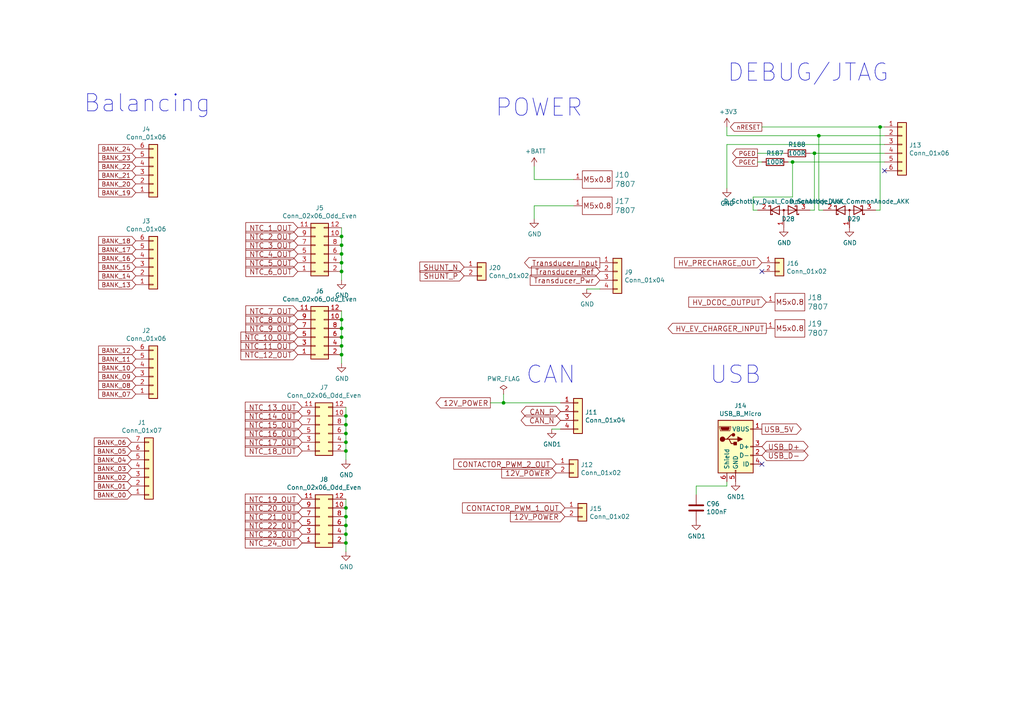
<source format=kicad_sch>
(kicad_sch (version 20211123) (generator eeschema)
  (paper "A4")
  (lib_symbols
    (symbol "Connector:USB_B_Micro" (pin_names (offset 1.016))
      (property "Reference" "J" (at -5.08 11.43 0))
      (property "Value" "USB_B_Micro" (at -5.08 8.89 0))
      (symbol "USB_B_Micro_0_1"
        (rectangle (start -5.08 -7.62) (end 5.08 7.62) (stroke (width 0.254)) (fill (type background)))
        (circle (center -3.81 2.159) (radius 0.635) (stroke (width 0.254)) (fill (type outline)))
        (circle (center -0.635 3.429) (radius 0.381) (stroke (width 0.254)) (fill (type outline)))
        (rectangle (start -0.127 -7.62) (end 0.127 -6.858))
        (polyline (pts (xy -1.905 2.159) (xy 0.635 2.159)) (stroke (width 0.254)))
        (polyline (pts (xy -3.175 2.159) (xy -2.54 2.159) (xy -1.27 3.429) (xy -0.635 3.429)) (stroke (width 0.254)))
        (polyline (pts (xy -2.54 2.159) (xy -1.905 2.159) (xy -1.27 0.889) (xy 0 0.889)) (stroke (width 0.254)))
        (polyline (pts (xy 0.635 2.794) (xy 0.635 1.524) (xy 1.905 2.159) (xy 0.635 2.794)) (stroke (width 0.254)) (fill (type outline)))
        (polyline (pts (xy -4.318 5.588) (xy -1.778 5.588) (xy -2.032 4.826) (xy -4.064 4.826) (xy -4.318 5.588)) (fill (type outline)))
        (polyline (pts (xy -4.699 5.842) (xy -4.699 5.588) (xy -4.445 4.826) (xy -4.445 4.572) (xy -1.651 4.572) (xy -1.651 4.826) (xy -1.397 5.588) (xy -1.397 5.842) (xy -4.699 5.842)))
        (rectangle (start 0.254 1.27) (end -0.508 0.508) (stroke (width 0.254)) (fill (type outline)))
        (rectangle (start 5.08 -5.207) (end 4.318 -4.953))
        (rectangle (start 5.08 -2.667) (end 4.318 -2.413))
        (rectangle (start 5.08 -0.127) (end 4.318 0.127))
        (rectangle (start 5.08 4.953) (end 4.318 5.207))
      )
      (symbol "USB_B_Micro_1_1"
        (pin power_out line (at 7.62 5.08 180) (length 2.54) (name "VBUS") (number "1"))
        (pin bidirectional line (at 7.62 -2.54 180) (length 2.54) (name "D-") (number "2"))
        (pin bidirectional line (at 7.62 0 180) (length 2.54) (name "D+") (number "3"))
        (pin passive line (at 7.62 -5.08 180) (length 2.54) (name "ID") (number "4"))
        (pin power_out line (at 0 -10.16 90) (length 2.54) (name "GND") (number "5"))
        (pin passive line (at -2.54 -10.16 90) (length 2.54) (name "Shield") (number "6"))
      )
    )
    (symbol "Connector_Generic:Conn_01x02" (pin_names (offset 1.016) hide)
      (property "Reference" "J" (at 0 2.54 0))
      (property "Value" "Conn_01x02" (at 0 -5.08 0))
      (symbol "Conn_01x02_1_1"
        (rectangle (start -1.27 -2.413) (end 0 -2.667) (stroke (width 0.1524)))
        (rectangle (start -1.27 0.127) (end 0 -0.127) (stroke (width 0.1524)))
        (rectangle (start -1.27 1.27) (end 1.27 -3.81) (stroke (width 0.254)) (fill (type background)))
        (pin passive line (at -5.08 0 0) (length 3.81) (name "Pin_1") (number "1"))
        (pin passive line (at -5.08 -2.54 0) (length 3.81) (name "Pin_2") (number "2"))
      )
    )
    (symbol "Connector_Generic:Conn_01x04" (pin_names (offset 1.016) hide)
      (property "Reference" "J" (at 0 5.08 0))
      (property "Value" "Conn_01x04" (at 0 -7.62 0))
      (symbol "Conn_01x04_1_1"
        (rectangle (start -1.27 -4.953) (end 0 -5.207) (stroke (width 0.1524)))
        (rectangle (start -1.27 -2.413) (end 0 -2.667) (stroke (width 0.1524)))
        (rectangle (start -1.27 0.127) (end 0 -0.127) (stroke (width 0.1524)))
        (rectangle (start -1.27 2.667) (end 0 2.413) (stroke (width 0.1524)))
        (rectangle (start -1.27 3.81) (end 1.27 -6.35) (stroke (width 0.254)) (fill (type background)))
        (pin passive line (at -5.08 2.54 0) (length 3.81) (name "Pin_1") (number "1"))
        (pin passive line (at -5.08 0 0) (length 3.81) (name "Pin_2") (number "2"))
        (pin passive line (at -5.08 -2.54 0) (length 3.81) (name "Pin_3") (number "3"))
        (pin passive line (at -5.08 -5.08 0) (length 3.81) (name "Pin_4") (number "4"))
      )
    )
    (symbol "Connector_Generic:Conn_01x06" (pin_names (offset 1.016) hide)
      (property "Reference" "J" (at 0 7.62 0))
      (property "Value" "Conn_01x06" (at 0 -10.16 0))
      (symbol "Conn_01x06_1_1"
        (rectangle (start -1.27 -7.493) (end 0 -7.747) (stroke (width 0.1524)))
        (rectangle (start -1.27 -4.953) (end 0 -5.207) (stroke (width 0.1524)))
        (rectangle (start -1.27 -2.413) (end 0 -2.667) (stroke (width 0.1524)))
        (rectangle (start -1.27 0.127) (end 0 -0.127) (stroke (width 0.1524)))
        (rectangle (start -1.27 2.667) (end 0 2.413) (stroke (width 0.1524)))
        (rectangle (start -1.27 5.207) (end 0 4.953) (stroke (width 0.1524)))
        (rectangle (start -1.27 6.35) (end 1.27 -8.89) (stroke (width 0.254)) (fill (type background)))
        (pin passive line (at -5.08 5.08 0) (length 3.81) (name "Pin_1") (number "1"))
        (pin passive line (at -5.08 2.54 0) (length 3.81) (name "Pin_2") (number "2"))
        (pin passive line (at -5.08 0 0) (length 3.81) (name "Pin_3") (number "3"))
        (pin passive line (at -5.08 -2.54 0) (length 3.81) (name "Pin_4") (number "4"))
        (pin passive line (at -5.08 -5.08 0) (length 3.81) (name "Pin_5") (number "5"))
        (pin passive line (at -5.08 -7.62 0) (length 3.81) (name "Pin_6") (number "6"))
      )
    )
    (symbol "Connector_Generic:Conn_01x07" (pin_names (offset 1.016) hide)
      (property "Reference" "J" (at 0 10.16 0))
      (property "Value" "Conn_01x07" (at 0 -10.16 0))
      (symbol "Conn_01x07_1_1"
        (rectangle (start -1.27 -7.493) (end 0 -7.747) (stroke (width 0.1524)))
        (rectangle (start -1.27 -4.953) (end 0 -5.207) (stroke (width 0.1524)))
        (rectangle (start -1.27 -2.413) (end 0 -2.667) (stroke (width 0.1524)))
        (rectangle (start -1.27 0.127) (end 0 -0.127) (stroke (width 0.1524)))
        (rectangle (start -1.27 2.667) (end 0 2.413) (stroke (width 0.1524)))
        (rectangle (start -1.27 5.207) (end 0 4.953) (stroke (width 0.1524)))
        (rectangle (start -1.27 7.747) (end 0 7.493) (stroke (width 0.1524)))
        (rectangle (start -1.27 8.89) (end 1.27 -8.89) (stroke (width 0.254)) (fill (type background)))
        (pin passive line (at -5.08 7.62 0) (length 3.81) (name "Pin_1") (number "1"))
        (pin passive line (at -5.08 5.08 0) (length 3.81) (name "Pin_2") (number "2"))
        (pin passive line (at -5.08 2.54 0) (length 3.81) (name "Pin_3") (number "3"))
        (pin passive line (at -5.08 0 0) (length 3.81) (name "Pin_4") (number "4"))
        (pin passive line (at -5.08 -2.54 0) (length 3.81) (name "Pin_5") (number "5"))
        (pin passive line (at -5.08 -5.08 0) (length 3.81) (name "Pin_6") (number "6"))
        (pin passive line (at -5.08 -7.62 0) (length 3.81) (name "Pin_7") (number "7"))
      )
    )
    (symbol "Connector_Generic:Conn_02x06_Odd_Even" (pin_names (offset 1.016) hide)
      (property "Reference" "J" (at 1.27 7.62 0))
      (property "Value" "Conn_02x06_Odd_Even" (at 1.27 -10.16 0))
      (symbol "Conn_02x06_Odd_Even_1_1"
        (rectangle (start -1.27 -7.493) (end 0 -7.747) (stroke (width 0.1524)))
        (rectangle (start -1.27 -4.953) (end 0 -5.207) (stroke (width 0.1524)))
        (rectangle (start -1.27 -2.413) (end 0 -2.667) (stroke (width 0.1524)))
        (rectangle (start -1.27 0.127) (end 0 -0.127) (stroke (width 0.1524)))
        (rectangle (start -1.27 2.667) (end 0 2.413) (stroke (width 0.1524)))
        (rectangle (start -1.27 5.207) (end 0 4.953) (stroke (width 0.1524)))
        (rectangle (start -1.27 6.35) (end 3.81 -8.89) (stroke (width 0.254)) (fill (type background)))
        (rectangle (start 3.81 -7.493) (end 2.54 -7.747) (stroke (width 0.1524)))
        (rectangle (start 3.81 -4.953) (end 2.54 -5.207) (stroke (width 0.1524)))
        (rectangle (start 3.81 -2.413) (end 2.54 -2.667) (stroke (width 0.1524)))
        (rectangle (start 3.81 0.127) (end 2.54 -0.127) (stroke (width 0.1524)))
        (rectangle (start 3.81 2.667) (end 2.54 2.413) (stroke (width 0.1524)))
        (rectangle (start 3.81 5.207) (end 2.54 4.953) (stroke (width 0.1524)))
        (pin passive line (at -5.08 5.08 0) (length 3.81) (name "Pin_1") (number "1"))
        (pin passive line (at 7.62 -5.08 180) (length 3.81) (name "Pin_10") (number "10"))
        (pin passive line (at -5.08 -7.62 0) (length 3.81) (name "Pin_11") (number "11"))
        (pin passive line (at 7.62 -7.62 180) (length 3.81) (name "Pin_12") (number "12"))
        (pin passive line (at 7.62 5.08 180) (length 3.81) (name "Pin_2") (number "2"))
        (pin passive line (at -5.08 2.54 0) (length 3.81) (name "Pin_3") (number "3"))
        (pin passive line (at 7.62 2.54 180) (length 3.81) (name "Pin_4") (number "4"))
        (pin passive line (at -5.08 0 0) (length 3.81) (name "Pin_5") (number "5"))
        (pin passive line (at 7.62 0 180) (length 3.81) (name "Pin_6") (number "6"))
        (pin passive line (at -5.08 -2.54 0) (length 3.81) (name "Pin_7") (number "7"))
        (pin passive line (at 7.62 -2.54 180) (length 3.81) (name "Pin_8") (number "8"))
        (pin passive line (at -5.08 -5.08 0) (length 3.81) (name "Pin_9") (number "9"))
      )
    )
    (symbol "Connectors:7807" (pin_names (offset 1.016))
      (property "Reference" "J" (at -4.064 6.35 0))
      (property "Value" "7807" (at -3.556 -1.27 0))
      (symbol "7807_0_0"
        (text "M5x0.8" (at -4.318 2.54 0) (effects (font (size 1.524 1.524))))
      )
      (symbol "7807_1_1"
        (rectangle (start -8.636 5.08) (end 0 0))
        (pin power_out line (at 2.54 2.54 180) (length 2.4892) (name "~") (number "1"))
      )
    )
    (symbol "Device:C" (pin_numbers hide) (pin_names (offset 0.254))
      (property "Reference" "C" (at 0.635 2.54 0))
      (property "Value" "C" (at 0.635 -2.54 0))
      (symbol "C_0_1"
        (polyline (pts (xy -2.032 -0.762) (xy 2.032 -0.762)) (stroke (width 0.508)))
        (polyline (pts (xy -2.032 0.762) (xy 2.032 0.762)) (stroke (width 0.508)))
      )
      (symbol "C_1_1"
        (pin passive line (at 0 3.81 270) (length 2.794) (name "~") (number "1"))
        (pin passive line (at 0 -3.81 90) (length 2.794) (name "~") (number "2"))
      )
    )
    (symbol "Device:D_Schottky_Dual_CommonAnode_AKK" (pin_names (offset 0.762) hide)
      (property "Reference" "D" (at 1.27 -2.54 0))
      (property "Value" "D_Schottky_Dual_CommonAnode_AKK" (at 0 2.54 0))
      (symbol "D_Schottky_Dual_CommonAnode_AKK_0_1"
        (polyline (pts (xy -3.556 0) (xy 3.81 0)))
        (polyline (pts (xy 0 0) (xy 0 -2.54)))
        (polyline (pts (xy -3.81 1.27) (xy -3.81 -1.27) (xy -3.81 -1.27)) (stroke (width 0.254)))
        (polyline (pts (xy 3.81 1.27) (xy 3.81 -1.27) (xy 3.81 -1.27)) (stroke (width 0.254)))
        (polyline (pts (xy -3.81 1.27) (xy -4.318 1.27) (xy -4.318 1.016) (xy -4.318 1.016)) (stroke (width 0.254)))
        (polyline (pts (xy 3.81 -1.27) (xy 4.318 -1.27) (xy 4.318 -1.016) (xy 4.318 -1.016)) (stroke (width 0.254)))
        (polyline (pts (xy 3.81 1.27) (xy 3.302 1.27) (xy 3.302 1.016) (xy 3.302 1.016)) (stroke (width 0.254)))
        (polyline (pts (xy -3.302 -1.016) (xy -3.302 -1.27) (xy -3.81 -1.27) (xy -3.81 -1.27) (xy -3.81 -1.27)) (stroke (width 0.254)))
        (polyline (pts (xy -1.27 -1.27) (xy -3.81 0) (xy -1.27 1.27) (xy -1.27 -1.27) (xy -1.27 -1.27) (xy -1.27 -1.27)) (stroke (width 0.254)))
        (polyline (pts (xy 1.27 1.27) (xy 3.81 0) (xy 1.27 -1.27) (xy 1.27 1.27) (xy 1.27 1.27) (xy 1.27 1.27)) (stroke (width 0.254)))
        (circle (center 0 0) (radius 0.254) (fill (type outline)))
        (pin passive line (at 0 -5.08 90) (length 2.54) (name "A") (number "1"))
        (pin passive line (at -7.62 0 0) (length 3.81) (name "K") (number "2"))
        (pin passive line (at 7.62 0 180) (length 3.81) (name "K") (number "3"))
      )
    )
    (symbol "Device:R" (pin_numbers hide) (pin_names (offset 0))
      (property "Reference" "R" (at 2.032 0 90))
      (property "Value" "R" (at 0 0 90))
      (symbol "R_0_1"
        (rectangle (start -1.016 -2.54) (end 1.016 2.54) (stroke (width 0.254)))
      )
      (symbol "R_1_1"
        (pin passive line (at 0 3.81 270) (length 1.27) (name "~") (number "1"))
        (pin passive line (at 0 -3.81 90) (length 1.27) (name "~") (number "2"))
      )
    )
    (symbol "power:+3V3" (power) (pin_names (offset 0))
      (property "Value" "+3V3" (at 0 3.556 0))
      (symbol "+3V3_0_1"
        (polyline (pts (xy -0.762 1.27) (xy 0 2.54)))
        (polyline (pts (xy 0 0) (xy 0 2.54)))
        (polyline (pts (xy 0 2.54) (xy 0.762 1.27)))
      )
      (symbol "+3V3_1_1"
        (pin power_in line (at 0 0 90) (length 0) hide (name "+3V3") (number "1"))
      )
    )
    (symbol "power:+BATT" (power) (pin_names (offset 0))
      (property "Value" "+BATT" (at 0 3.556 0))
      (symbol "+BATT_0_1"
        (polyline (pts (xy -0.762 1.27) (xy 0 2.54)))
        (polyline (pts (xy 0 0) (xy 0 2.54)))
        (polyline (pts (xy 0 2.54) (xy 0.762 1.27)))
      )
      (symbol "+BATT_1_1"
        (pin power_in line (at 0 0 90) (length 0) hide (name "+BATT") (number "1"))
      )
    )
    (symbol "power:GND" (power) (pin_names (offset 0))
      (property "Value" "GND" (at 0 -3.81 0))
      (symbol "GND_0_1"
        (polyline (pts (xy 0 0) (xy 0 -1.27) (xy 1.27 -1.27) (xy 0 -2.54) (xy -1.27 -1.27) (xy 0 -1.27)))
      )
      (symbol "GND_1_1"
        (pin power_in line (at 0 0 270) (length 0) hide (name "GND") (number "1"))
      )
    )
    (symbol "power:GND1" (power) (pin_names (offset 0))
      (property "Value" "GND1" (at 0 -3.81 0))
      (symbol "GND1_0_1"
        (polyline (pts (xy 0 0) (xy 0 -1.27) (xy 1.27 -1.27) (xy 0 -2.54) (xy -1.27 -1.27) (xy 0 -1.27)))
      )
      (symbol "GND1_1_1"
        (pin power_in line (at 0 0 270) (length 0) hide (name "GND1") (number "1"))
      )
    )
    (symbol "power:PWR_FLAG" (power) (pin_numbers hide) (pin_names (offset 0) hide)
      (property "Value" "PWR_FLAG" (at 0 3.81 0))
      (symbol "PWR_FLAG_0_0"
        (pin power_out line (at 0 0 90) (length 0) (name "pwr") (number "1"))
      )
      (symbol "PWR_FLAG_0_1"
        (polyline (pts (xy 0 0) (xy 0 1.27) (xy -1.016 1.905) (xy 0 2.54) (xy 1.016 1.905) (xy 0 1.27)))
      )
    )
  )
  (junction (at 99.06 102.87))
  (junction (at 100.33 147.32))
  (junction (at 99.06 92.71))
  (junction (at 99.06 97.79))
  (junction (at 100.33 120.65))
  (junction (at 100.33 125.73))
  (junction (at 100.33 154.94))
  (junction (at 100.33 157.48))
  (junction (at 99.06 68.58))
  (junction (at 255.27 36.83))
  (junction (at 99.06 76.2))
  (junction (at 99.06 73.66))
  (junction (at 236.22 44.45))
  (junction (at 100.33 128.27))
  (junction (at 100.33 149.86))
  (junction (at 229.87 46.99))
  (junction (at 100.33 123.19))
  (junction (at 99.06 78.74))
  (junction (at 237.49 39.37))
  (junction (at 99.06 71.12))
  (junction (at 99.06 95.25))
  (junction (at 100.33 130.81))
  (junction (at 146.05 116.84))
  (junction (at 99.06 100.33))
  (junction (at 100.33 152.4))
  (no_connect (at 256.54 49.53))
  (no_connect (at 220.98 78.74))
  (no_connect (at 220.98 134.62))
  (wire (pts (xy 228.6 46.99) (xy 229.87 46.99)))
  (wire (pts (xy 210.82 36.83) (xy 210.82 39.37)))
  (wire (pts (xy 220.98 36.83) (xy 255.27 36.83)))
  (wire (pts (xy 218.44 57.15) (xy 229.87 57.15)))
  (wire (pts (xy 99.06 76.2) (xy 99.06 78.74)))
  (wire (pts (xy 238.76 60.96) (xy 237.49 60.96)))
  (wire (pts (xy 210.82 39.37) (xy 237.49 39.37)))
  (wire (pts (xy 100.33 130.81) (xy 100.33 133.35)))
  (wire (pts (xy 100.33 147.32) (xy 100.33 149.86)))
  (wire (pts (xy 210.82 139.7) (xy 210.82 140.97)))
  (wire (pts (xy 254 60.96) (xy 255.27 60.96)))
  (wire (pts (xy 154.94 52.07) (xy 154.94 48.26)))
  (wire (pts (xy 227.33 44.45) (xy 219.71 44.45)))
  (wire (pts (xy 218.44 60.96) (xy 218.44 57.15)))
  (wire (pts (xy 160.02 124.46) (xy 162.56 124.46)))
  (wire (pts (xy 210.82 41.91) (xy 256.54 41.91)))
  (wire (pts (xy 100.33 154.94) (xy 100.33 157.48)))
  (wire (pts (xy 236.22 44.45) (xy 256.54 44.45)))
  (wire (pts (xy 99.06 97.79) (xy 99.06 100.33)))
  (wire (pts (xy 237.49 60.96) (xy 237.49 39.37)))
  (wire (pts (xy 236.22 44.45) (xy 236.22 60.96)))
  (wire (pts (xy 99.06 78.74) (xy 99.06 81.28)))
  (wire (pts (xy 99.06 102.87) (xy 99.06 105.41)))
  (wire (pts (xy 219.71 60.96) (xy 218.44 60.96)))
  (wire (pts (xy 99.06 73.66) (xy 99.06 76.2)))
  (wire (pts (xy 237.49 39.37) (xy 256.54 39.37)))
  (wire (pts (xy 99.06 100.33) (xy 99.06 102.87)))
  (wire (pts (xy 100.33 144.78) (xy 100.33 147.32)))
  (wire (pts (xy 100.33 118.11) (xy 100.33 120.65)))
  (wire (pts (xy 255.27 60.96) (xy 255.27 36.83)))
  (wire (pts (xy 210.82 54.61) (xy 210.82 41.91)))
  (wire (pts (xy 146.05 116.84) (xy 162.56 116.84)))
  (wire (pts (xy 236.22 60.96) (xy 234.95 60.96)))
  (wire (pts (xy 170.18 83.82) (xy 173.99 83.82)))
  (wire (pts (xy 99.06 92.71) (xy 99.06 95.25)))
  (wire (pts (xy 210.82 140.97) (xy 201.93 140.97)))
  (wire (pts (xy 154.94 52.07) (xy 166.37 52.07)))
  (wire (pts (xy 154.94 59.69) (xy 166.37 59.69)))
  (wire (pts (xy 229.87 46.99) (xy 256.54 46.99)))
  (wire (pts (xy 100.33 152.4) (xy 100.33 154.94)))
  (wire (pts (xy 100.33 157.48) (xy 100.33 160.02)))
  (wire (pts (xy 146.05 114.3) (xy 146.05 116.84)))
  (wire (pts (xy 99.06 68.58) (xy 99.06 71.12)))
  (wire (pts (xy 99.06 95.25) (xy 99.06 97.79)))
  (wire (pts (xy 142.24 116.84) (xy 146.05 116.84)))
  (wire (pts (xy 236.22 44.45) (xy 234.95 44.45)))
  (wire (pts (xy 99.06 66.04) (xy 99.06 68.58)))
  (wire (pts (xy 154.94 63.5) (xy 154.94 59.69)))
  (wire (pts (xy 100.33 128.27) (xy 100.33 130.81)))
  (wire (pts (xy 220.98 46.99) (xy 219.71 46.99)))
  (wire (pts (xy 99.06 71.12) (xy 99.06 73.66)))
  (wire (pts (xy 229.87 57.15) (xy 229.87 46.99)))
  (wire (pts (xy 100.33 120.65) (xy 100.33 123.19)))
  (wire (pts (xy 100.33 123.19) (xy 100.33 125.73)))
  (wire (pts (xy 201.93 140.97) (xy 201.93 143.51)))
  (wire (pts (xy 100.33 125.73) (xy 100.33 128.27)))
  (wire (pts (xy 255.27 36.83) (xy 256.54 36.83)))
  (wire (pts (xy 100.33 149.86) (xy 100.33 152.4)))
  (wire (pts (xy 99.06 90.17) (xy 99.06 92.71)))
  (text "Balancing" (at 24.13 33.02 0) (effects (font (size 5.0038 5.0038)) (justify left bottom)))
  (text "NTCs" (at -38.1 55.88 0) (effects (font (size 7.493 7.493)) (justify left bottom)))
  (text "POWER" (at 143.51 34.29 0) (effects (font (size 5.0038 5.0038)) (justify left bottom)))
  (text "CAN" (at 152.4 111.76 0) (effects (font (size 5.0038 5.0038)) (justify left bottom)))
  (text "USB" (at 205.74 111.76 0) (effects (font (size 5.0038 5.0038)) (justify left bottom)))
  (text "DEBUG/JTAG" (at 210.82 24.13 0) (effects (font (size 5.0038 5.0038)) (justify left bottom)))
  (global_label "NTC_22_OUT" (shape input) (at 87.63 152.4 180) (effects (font (size 1.4986 1.4986))) (property "Intersheet References" "${INTERSHEET_REFS}" (effects hide)))
  (global_label "BANK_20" (shape input) (at 39.37 53.34 180) (property "Intersheet References" "${INTERSHEET_REFS}" (effects hide)))
  (global_label "USB_5V" (shape output) (at 220.98 124.46 0) (effects (font (size 1.524 1.524))) (property "Intersheet References" "${INTERSHEET_REFS}" (effects hide)))
  (global_label "BANK_17" (shape input) (at 39.37 72.39 180) (property "Intersheet References" "${INTERSHEET_REFS}" (effects hide)))
  (global_label "BANK_02" (shape input) (at 38.1 138.43 180) (property "Intersheet References" "${INTERSHEET_REFS}" (effects hide)))
  (global_label "Transducer_Input" (shape output) (at 173.99 76.2 180) (effects (font (size 1.4986 1.4986))) (property "Intersheet References" "${INTERSHEET_REFS}" (effects hide)))
  (global_label "CONTACTOR_PWM_1_OUT" (shape input) (at 163.83 147.32 180) (effects (font (size 1.4986 1.4986))) (property "Intersheet References" "${INTERSHEET_REFS}" (effects hide)))
  (global_label "CAN_N" (shape bidirectional) (at 162.56 121.92 180) (effects (font (size 1.524 1.524))) (property "Intersheet References" "${INTERSHEET_REFS}" (effects hide)))
  (global_label "CONTACTOR_PWM_2_OUT" (shape input) (at 161.29 134.62 180) (effects (font (size 1.4986 1.4986))) (property "Intersheet References" "${INTERSHEET_REFS}" (effects hide)))
  (global_label "BANK_07" (shape input) (at 39.37 114.3 180) (property "Intersheet References" "${INTERSHEET_REFS}" (effects hide)))
  (global_label "BANK_21" (shape input) (at 39.37 50.8 180) (property "Intersheet References" "${INTERSHEET_REFS}" (effects hide)))
  (global_label "BANK_22" (shape input) (at 39.37 48.26 180) (property "Intersheet References" "${INTERSHEET_REFS}" (effects hide)))
  (global_label "NTC_7_OUT" (shape input) (at 86.36 90.17 180) (effects (font (size 1.4986 1.4986))) (property "Intersheet References" "${INTERSHEET_REFS}" (effects hide)))
  (global_label "12V_POWER" (shape input) (at 163.83 149.86 180) (effects (font (size 1.4986 1.4986))) (property "Intersheet References" "${INTERSHEET_REFS}" (effects hide)))
  (global_label "NTC_9_OUT" (shape input) (at 86.36 95.25 180) (effects (font (size 1.4986 1.4986))) (property "Intersheet References" "${INTERSHEET_REFS}" (effects hide)))
  (global_label "nRESET" (shape output) (at 220.98 36.83 180) (effects (font (size 1.2446 1.2446))) (property "Intersheet References" "${INTERSHEET_REFS}" (effects hide)))
  (global_label "NTC_12_OUT" (shape input) (at 86.36 102.87 180) (effects (font (size 1.4986 1.4986))) (property "Intersheet References" "${INTERSHEET_REFS}" (effects hide)))
  (global_label "NTC_13_OUT" (shape input) (at 87.63 118.11 180) (effects (font (size 1.4986 1.4986))) (property "Intersheet References" "${INTERSHEET_REFS}" (effects hide)))
  (global_label "NTC_18_OUT" (shape input) (at 87.63 130.81 180) (effects (font (size 1.4986 1.4986))) (property "Intersheet References" "${INTERSHEET_REFS}" (effects hide)))
  (global_label "NTC_5_OUT" (shape input) (at 86.36 76.2 180) (effects (font (size 1.4986 1.4986))) (property "Intersheet References" "${INTERSHEET_REFS}" (effects hide)))
  (global_label "NTC_24_OUT" (shape input) (at 87.63 157.48 180) (effects (font (size 1.4986 1.4986))) (property "Intersheet References" "${INTERSHEET_REFS}" (effects hide)))
  (global_label "SHUNT_P" (shape input) (at 134.62 80.01 180) (effects (font (size 1.4986 1.4986))) (property "Intersheet References" "${INTERSHEET_REFS}" (effects hide)))
  (global_label "USB_D+" (shape bidirectional) (at 220.98 129.54 0) (effects (font (size 1.524 1.524))) (property "Intersheet References" "${INTERSHEET_REFS}" (effects hide)))
  (global_label "NTC_21_OUT" (shape input) (at 87.63 149.86 180) (effects (font (size 1.4986 1.4986))) (property "Intersheet References" "${INTERSHEET_REFS}" (effects hide)))
  (global_label "Transducer_Ref" (shape input) (at 173.99 78.74 180) (effects (font (size 1.4986 1.4986))) (property "Intersheet References" "${INTERSHEET_REFS}" (effects hide)))
  (global_label "PGEC" (shape output) (at 219.71 46.99 180) (effects (font (size 1.2446 1.2446))) (property "Intersheet References" "${INTERSHEET_REFS}" (effects hide)))
  (global_label "NTC_6_OUT" (shape input) (at 86.36 78.74 180) (effects (font (size 1.4986 1.4986))) (property "Intersheet References" "${INTERSHEET_REFS}" (effects hide)))
  (global_label "USB_D-" (shape bidirectional) (at 220.98 132.08 0) (effects (font (size 1.524 1.524))) (property "Intersheet References" "${INTERSHEET_REFS}" (effects hide)))
  (global_label "NTC_14_OUT" (shape input) (at 87.63 120.65 180) (effects (font (size 1.4986 1.4986))) (property "Intersheet References" "${INTERSHEET_REFS}" (effects hide)))
  (global_label "BANK_03" (shape input) (at 38.1 135.89 180) (property "Intersheet References" "${INTERSHEET_REFS}" (effects hide)))
  (global_label "SHUNT_N" (shape input) (at 134.62 77.47 180) (effects (font (size 1.4986 1.4986))) (property "Intersheet References" "${INTERSHEET_REFS}" (effects hide)))
  (global_label "NTC_10_OUT" (shape input) (at 86.36 97.79 180) (effects (font (size 1.4986 1.4986))) (property "Intersheet References" "${INTERSHEET_REFS}" (effects hide)))
  (global_label "12V_POWER" (shape output) (at 142.24 116.84 180) (effects (font (size 1.4986 1.4986))) (property "Intersheet References" "${INTERSHEET_REFS}" (effects hide)))
  (global_label "BANK_12" (shape input) (at 39.37 101.6 180) (property "Intersheet References" "${INTERSHEET_REFS}" (effects hide)))
  (global_label "BANK_14" (shape input) (at 39.37 80.01 180) (property "Intersheet References" "${INTERSHEET_REFS}" (effects hide)))
  (global_label "Transducer_Pwr" (shape input) (at 173.99 81.28 180) (effects (font (size 1.4986 1.4986))) (property "Intersheet References" "${INTERSHEET_REFS}" (effects hide)))
  (global_label "NTC_8_OUT" (shape input) (at 86.36 92.71 180) (effects (font (size 1.4986 1.4986))) (property "Intersheet References" "${INTERSHEET_REFS}" (effects hide)))
  (global_label "NTC_17_OUT" (shape input) (at 87.63 128.27 180) (effects (font (size 1.4986 1.4986))) (property "Intersheet References" "${INTERSHEET_REFS}" (effects hide)))
  (global_label "BANK_00" (shape input) (at 38.1 143.51 180) (property "Intersheet References" "${INTERSHEET_REFS}" (effects hide)))
  (global_label "HV_PRECHARGE_OUT" (shape input) (at 220.98 76.2 180) (effects (font (size 1.4986 1.4986))) (property "Intersheet References" "${INTERSHEET_REFS}" (effects hide)))
  (global_label "BANK_19" (shape input) (at 39.37 55.88 180) (property "Intersheet References" "${INTERSHEET_REFS}" (effects hide)))
  (global_label "BANK_18" (shape input) (at 39.37 69.85 180) (property "Intersheet References" "${INTERSHEET_REFS}" (effects hide)))
  (global_label "BANK_05" (shape input) (at 38.1 130.81 180) (property "Intersheet References" "${INTERSHEET_REFS}" (effects hide)))
  (global_label "BANK_11" (shape input) (at 39.37 104.14 180) (property "Intersheet References" "${INTERSHEET_REFS}" (effects hide)))
  (global_label "BANK_04" (shape input) (at 38.1 133.35 180) (property "Intersheet References" "${INTERSHEET_REFS}" (effects hide)))
  (global_label "BANK_13" (shape input) (at 39.37 82.55 180) (property "Intersheet References" "${INTERSHEET_REFS}" (effects hide)))
  (global_label "BANK_23" (shape input) (at 39.37 45.72 180) (property "Intersheet References" "${INTERSHEET_REFS}" (effects hide)))
  (global_label "NTC_16_OUT" (shape input) (at 87.63 125.73 180) (effects (font (size 1.4986 1.4986))) (property "Intersheet References" "${INTERSHEET_REFS}" (effects hide)))
  (global_label "HV_DCDC_OUTPUT" (shape input) (at 222.25 87.63 180) (effects (font (size 1.4986 1.4986))) (property "Intersheet References" "${INTERSHEET_REFS}" (effects hide)))
  (global_label "BANK_08" (shape input) (at 39.37 111.76 180) (property "Intersheet References" "${INTERSHEET_REFS}" (effects hide)))
  (global_label "NTC_1_OUT" (shape input) (at 86.36 66.04 180) (effects (font (size 1.4986 1.4986))) (property "Intersheet References" "${INTERSHEET_REFS}" (effects hide)))
  (global_label "NTC_20_OUT" (shape input) (at 87.63 147.32 180) (effects (font (size 1.4986 1.4986))) (property "Intersheet References" "${INTERSHEET_REFS}" (effects hide)))
  (global_label "NTC_2_OUT" (shape input) (at 86.36 68.58 180) (effects (font (size 1.4986 1.4986))) (property "Intersheet References" "${INTERSHEET_REFS}" (effects hide)))
  (global_label "BANK_10" (shape input) (at 39.37 106.68 180) (property "Intersheet References" "${INTERSHEET_REFS}" (effects hide)))
  (global_label "BANK_01" (shape input) (at 38.1 140.97 180) (property "Intersheet References" "${INTERSHEET_REFS}" (effects hide)))
  (global_label "NTC_3_OUT" (shape input) (at 86.36 71.12 180) (effects (font (size 1.4986 1.4986))) (property "Intersheet References" "${INTERSHEET_REFS}" (effects hide)))
  (global_label "NTC_11_OUT" (shape input) (at 86.36 100.33 180) (effects (font (size 1.4986 1.4986))) (property "Intersheet References" "${INTERSHEET_REFS}" (effects hide)))
  (global_label "PGED" (shape output) (at 219.71 44.45 180) (effects (font (size 1.2446 1.2446))) (property "Intersheet References" "${INTERSHEET_REFS}" (effects hide)))
  (global_label "NTC_4_OUT" (shape input) (at 86.36 73.66 180) (effects (font (size 1.4986 1.4986))) (property "Intersheet References" "${INTERSHEET_REFS}" (effects hide)))
  (global_label "12V_POWER" (shape input) (at 161.29 137.16 180) (effects (font (size 1.4986 1.4986))) (property "Intersheet References" "${INTERSHEET_REFS}" (effects hide)))
  (global_label "BANK_06" (shape input) (at 38.1 128.27 180) (property "Intersheet References" "${INTERSHEET_REFS}" (effects hide)))
  (global_label "NTC_23_OUT" (shape input) (at 87.63 154.94 180) (effects (font (size 1.4986 1.4986))) (property "Intersheet References" "${INTERSHEET_REFS}" (effects hide)))
  (global_label "NTC_19_OUT" (shape input) (at 87.63 144.78 180) (effects (font (size 1.4986 1.4986))) (property "Intersheet References" "${INTERSHEET_REFS}" (effects hide)))
  (global_label "BANK_24" (shape input) (at 39.37 43.18 180) (property "Intersheet References" "${INTERSHEET_REFS}" (effects hide)))
  (global_label "BANK_15" (shape input) (at 39.37 77.47 180) (property "Intersheet References" "${INTERSHEET_REFS}" (effects hide)))
  (global_label "CAN_P" (shape bidirectional) (at 162.56 119.38 180) (effects (font (size 1.524 1.524))) (property "Intersheet References" "${INTERSHEET_REFS}" (effects hide)))
  (global_label "HV_EV_CHARGER_INPUT" (shape output) (at 222.25 95.25 180) (effects (font (size 1.4986 1.4986))) (property "Intersheet References" "${INTERSHEET_REFS}" (effects hide)))
  (global_label "NTC_15_OUT" (shape input) (at 87.63 123.19 180) (effects (font (size 1.4986 1.4986))) (property "Intersheet References" "${INTERSHEET_REFS}" (effects hide)))
  (global_label "BANK_09" (shape input) (at 39.37 109.22 180) (property "Intersheet References" "${INTERSHEET_REFS}" (effects hide)))
  (global_label "BANK_16" (shape input) (at 39.37 74.93 180) (property "Intersheet References" "${INTERSHEET_REFS}" (effects hide)))
  (symbol (lib_id "Device:R") (at 231.14 44.45 270) (unit 1)
    (property "Reference" "R188" (at 231.14 41.91 90))
    (property "Value" "100R" (at 231.14 44.45 90))
    (property "Footprint" "Resistor_SMD:R_0603_1608Metric" (effects hide))
    (property "DNP" " " (effects hide))
    (property "MPN" "AC0603FR-07100RL" (effects hide))
    (property "Part Number" "AC0603FR-07100RL" (effects hide))
    (property "Digikey_PN" "YAG3561CT-ND" (effects hide))
  )
  (symbol (lib_id "Device:R") (at 224.79 46.99 270) (unit 1)
    (property "Reference" "R187" (at 224.79 44.45 90))
    (property "Value" "100R" (at 224.79 46.99 90))
    (property "Footprint" "Resistor_SMD:R_0603_1608Metric" (effects hide))
    (property "DNP" " " (effects hide))
    (property "MPN" "AC0603FR-07100RL" (effects hide))
    (property "Part Number" "AC0603FR-07100RL" (effects hide))
    (property "Digikey_PN" "YAG3561CT-ND" (effects hide))
  )
  (symbol (lib_id "Connector:USB_B_Micro") (at 213.36 129.54 0) (unit 1)
    (property "Reference" "J14" (at 214.757 117.6782 0))
    (property "Value" "USB_B_Micro" (at 214.757 119.9896 0))
    (property "Footprint" "Connector_USB:USB_Micro-B_Molex-105017-0001" (effects hide))
    (property "DNP" " " (effects hide))
  )
  (symbol (lib_id "Device:C") (at 201.93 147.32 0) (unit 1)
    (property "Reference" "C96" (at 204.851 146.1516 0) (effects (justify left)))
    (property "Value" "100nF" (at 204.851 148.463 0) (effects (justify left)))
    (property "Footprint" "Capacitor_SMD:C_0603_1608Metric" (effects hide))
    (property "Datasheet" "http://psearch.en.murata.com/capacitor/product/GCM188R71H104KA57%23.pdf" (effects hide))
    (property "DNP" " " (effects hide))
    (property "Voltage" "50V" (effects hide))
    (property "MPN" "GCM188R71H104KA57D" (effects hide))
    (property "Part Number" "GCM188R71H104KA57D" (effects hide))
    (property "Digikey_PN" "490-4779-1-ND" (effects hide))
  )
  (symbol (lib_id "power:GND") (at 170.18 83.82 0) (unit 1)
    (property "Reference" "#PWR0141" (effects hide))
    (property "Value" "GND" (at 170.307 88.2142 0))
  )
  (symbol (lib_id "power:+BATT") (at 154.94 48.26 0) (unit 1)
    (property "Reference" "#PWR0133" (effects hide))
    (property "Value" "+BATT" (at 155.321 43.8658 0))
  )
  (symbol (lib_id "power:GND") (at 154.94 63.5 0) (unit 1)
    (property "Reference" "#PWR0134" (effects hide))
    (property "Value" "GND" (at 155.067 67.8942 0))
  )
  (symbol (lib_id "Connector_Generic:Conn_01x06") (at 261.62 41.91 0) (unit 1)
    (property "Reference" "J13" (at 263.652 42.1132 0) (effects (justify left)))
    (property "Value" "Conn_01x06" (at 263.652 44.4246 0) (effects (justify left)))
    (property "Footprint" "Connector_JST:JST_XH_B6B-XH-A_1x06_P2.50mm_Vertical" (effects hide))
    (property "DNP" " " (effects hide))
  )
  (symbol (lib_id "power:+3V3") (at 210.82 36.83 0) (unit 1)
    (property "Reference" "#PWR0135" (effects hide))
    (property "Value" "+3V3" (at 211.201 32.4358 0))
  )
  (symbol (lib_id "power:GND") (at 210.82 54.61 0) (unit 1)
    (property "Reference" "#PWR0136" (effects hide))
    (property "Value" "GND" (at 210.947 59.0042 0))
  )
  (symbol (lib_id "Connector_Generic:Conn_01x07") (at 43.18 135.89 0) (mirror x) (unit 1)
    (property "Reference" "J1" (at 41.1226 122.555 0))
    (property "Value" "Conn_01x07" (at 41.1226 124.8664 0))
    (property "Footprint" "Connector_JST:JST_XH_B7B-XH-A_1x07_P2.50mm_Vertical" (effects hide))
  )
  (symbol (lib_id "Connector_Generic:Conn_01x06") (at 44.45 109.22 0) (mirror x) (unit 1)
    (property "Reference" "J2" (at 42.3926 95.885 0))
    (property "Value" "Conn_01x06" (at 42.3926 98.1964 0))
    (property "Footprint" "Connector_JST:JST_XH_B6B-XH-A_1x06_P2.50mm_Vertical" (effects hide))
  )
  (symbol (lib_id "Connector_Generic:Conn_01x06") (at 44.45 77.47 0) (mirror x) (unit 1)
    (property "Reference" "J3" (at 42.3926 64.135 0))
    (property "Value" "Conn_01x06" (at 42.3926 66.4464 0))
    (property "Footprint" "Connector_JST:JST_XH_B6B-XH-A_1x06_P2.50mm_Vertical" (effects hide))
  )
  (symbol (lib_id "Connector_Generic:Conn_01x06") (at 44.45 50.8 0) (mirror x) (unit 1)
    (property "Reference" "J4" (at 42.3926 37.465 0))
    (property "Value" "Conn_01x06" (at 42.3926 39.7764 0))
    (property "Footprint" "Connector_JST:JST_XH_B6B-XH-A_1x06_P2.50mm_Vertical" (effects hide))
  )
  (symbol (lib_id "Connector_Generic:Conn_01x04") (at 179.07 78.74 0) (unit 1)
    (property "Reference" "J9" (at 181.102 78.9432 0) (effects (justify left)))
    (property "Value" "Conn_01x04" (at 181.102 81.2546 0) (effects (justify left)))
    (property "Footprint" "Connector_JST:JST_XH_B4B-XH-A_1x04_P2.50mm_Vertical" (effects hide))
  )
  (symbol (lib_id "Connector_Generic:Conn_01x04") (at 167.64 119.38 0) (unit 1)
    (property "Reference" "J11" (at 169.672 119.5832 0) (effects (justify left)))
    (property "Value" "Conn_01x04" (at 169.672 121.8946 0) (effects (justify left)))
    (property "Footprint" "Connector_JST:JST_XH_B4B-XH-A_1x04_P2.50mm_Vertical" (effects hide))
  )
  (symbol (lib_id "Connector_Generic:Conn_01x02") (at 166.37 134.62 0) (unit 1)
    (property "Reference" "J12" (at 168.402 134.8232 0) (effects (justify left)))
    (property "Value" "Conn_01x02" (at 168.402 137.1346 0) (effects (justify left)))
    (property "Footprint" "Connector_JST:JST_XH_B2B-XH-A_1x02_P2.50mm_Vertical" (effects hide))
  )
  (symbol (lib_id "Connector_Generic:Conn_01x02") (at 168.91 147.32 0) (unit 1)
    (property "Reference" "J15" (at 170.942 147.5232 0) (effects (justify left)))
    (property "Value" "Conn_01x02" (at 170.942 149.8346 0) (effects (justify left)))
    (property "Footprint" "Connector_JST:JST_XH_B2B-XH-A_1x02_P2.50mm_Vertical" (effects hide))
  )
  (symbol (lib_id "Connector_Generic:Conn_01x02") (at 226.06 76.2 0) (unit 1)
    (property "Reference" "J16" (at 228.092 76.4032 0) (effects (justify left)))
    (property "Value" "Conn_01x02" (at 228.092 78.7146 0) (effects (justify left)))
    (property "Footprint" "Connector_JST:JST_XH_B2B-XH-A_1x02_P2.50mm_Vertical" (effects hide))
  )
  (symbol (lib_id "power:GND1") (at 160.02 124.46 0) (unit 1)
    (property "Reference" "#PWR0197" (effects hide))
    (property "Value" "GND1" (at 160.147 128.8542 0))
  )
  (symbol (lib_id "power:GND1") (at 201.93 151.13 0) (unit 1)
    (property "Reference" "#PWR0198" (effects hide))
    (property "Value" "GND1" (at 202.057 155.5242 0))
  )
  (symbol (lib_id "power:GND1") (at 213.36 139.7 0) (unit 1)
    (property "Reference" "#PWR0199" (effects hide))
    (property "Value" "GND1" (at 213.487 144.0942 0))
  )
  (symbol (lib_id "Connectors:7807") (at 224.79 92.71 180) (unit 1)
    (property "Reference" "J19" (at 234.1372 93.9038 0) (effects (font (size 1.524 1.524)) (justify right)))
    (property "Value" "7807" (at 234.1372 96.5962 0) (effects (font (size 1.524 1.524)) (justify right)))
    (property "Footprint" "Footprints:7807" (effects hide))
    (property "Datasheet" "https://www.keyelco.com/userAssets/file/M65p69.pdf" (effects hide))
    (property "MPN" "7807" (effects hide))
    (property "Part Number" "7807" (effects hide))
    (property "Digikey_PN" "36-7807-ND " (effects hide))
  )
  (symbol (lib_id "Connectors:7807") (at 224.79 85.09 180) (unit 1)
    (property "Reference" "J18" (at 234.1372 86.2838 0) (effects (font (size 1.524 1.524)) (justify right)))
    (property "Value" "7807" (at 234.1372 88.9762 0) (effects (font (size 1.524 1.524)) (justify right)))
    (property "Footprint" "Footprints:7807" (effects hide))
    (property "Datasheet" "https://www.keyelco.com/userAssets/file/M65p69.pdf" (effects hide))
    (property "MPN" "7807" (effects hide))
    (property "Part Number" "7807" (effects hide))
    (property "Digikey_PN" "36-7807-ND " (effects hide))
  )
  (symbol (lib_id "Connectors:7807") (at 168.91 49.53 180) (unit 1)
    (property "Reference" "J10" (at 178.2572 50.7238 0) (effects (font (size 1.524 1.524)) (justify right)))
    (property "Value" "7807" (at 178.2572 53.4162 0) (effects (font (size 1.524 1.524)) (justify right)))
    (property "Footprint" "Footprints:7807" (effects hide))
    (property "Datasheet" "https://www.keyelco.com/userAssets/file/M65p69.pdf" (effects hide))
    (property "MPN" "7807" (effects hide))
    (property "Part Number" "7807" (effects hide))
    (property "Digikey_PN" "36-7807-ND " (effects hide))
  )
  (symbol (lib_id "Connectors:7807") (at 168.91 57.15 180) (unit 1)
    (property "Reference" "J17" (at 178.2572 58.3438 0) (effects (font (size 1.524 1.524)) (justify right)))
    (property "Value" "7807" (at 178.2572 61.0362 0) (effects (font (size 1.524 1.524)) (justify right)))
    (property "Footprint" "Footprints:7807" (effects hide))
    (property "Datasheet" "https://www.keyelco.com/userAssets/file/M65p69.pdf" (effects hide))
    (property "MPN" "7807" (effects hide))
    (property "Part Number" "7807" (effects hide))
    (property "Digikey_PN" "36-7807-ND " (effects hide))
  )
  (symbol (lib_id "Connector_Generic:Conn_02x06_Odd_Even") (at 91.44 73.66 0) (mirror x) (unit 1)
    (property "Reference" "J5" (at 92.71 60.325 0))
    (property "Value" "Conn_02x06_Odd_Even" (at 92.71 62.6364 0))
    (property "Footprint" "Connector_PinHeader_2.54mm:PinHeader_2x06_P2.54mm_Vertical" (effects hide))
  )
  (symbol (lib_id "Connector_Generic:Conn_02x06_Odd_Even") (at 92.71 152.4 0) (mirror x) (unit 1)
    (property "Reference" "J8" (at 93.98 139.065 0))
    (property "Value" "Conn_02x06_Odd_Even" (at 93.98 141.3764 0))
    (property "Footprint" "Connector_PinHeader_2.54mm:PinHeader_2x06_P2.54mm_Vertical" (effects hide))
  )
  (symbol (lib_id "Connector_Generic:Conn_02x06_Odd_Even") (at 91.44 97.79 0) (mirror x) (unit 1)
    (property "Reference" "J6" (at 92.71 84.455 0))
    (property "Value" "Conn_02x06_Odd_Even" (at 92.71 86.7664 0))
    (property "Footprint" "Connector_PinHeader_2.54mm:PinHeader_2x06_P2.54mm_Vertical" (effects hide))
  )
  (symbol (lib_id "Connector_Generic:Conn_02x06_Odd_Even") (at 92.71 125.73 0) (mirror x) (unit 1)
    (property "Reference" "J7" (at 93.98 112.395 0))
    (property "Value" "Conn_02x06_Odd_Even" (at 93.98 114.7064 0))
    (property "Footprint" "Connector_PinHeader_2.54mm:PinHeader_2x06_P2.54mm_Vertical" (effects hide))
  )
  (symbol (lib_id "power:GND") (at 99.06 81.28 0) (unit 1)
    (property "Reference" "#PWR0140" (effects hide))
    (property "Value" "GND" (at 99.187 85.6742 0))
  )
  (symbol (lib_id "power:GND") (at 99.06 105.41 0) (unit 1)
    (property "Reference" "#PWR0146" (effects hide))
    (property "Value" "GND" (at 99.187 109.8042 0))
  )
  (symbol (lib_id "power:GND") (at 100.33 133.35 0) (unit 1)
    (property "Reference" "#PWR0148" (effects hide))
    (property "Value" "GND" (at 100.457 137.7442 0))
  )
  (symbol (lib_id "power:GND") (at 100.33 160.02 0) (unit 1)
    (property "Reference" "#PWR0156" (effects hide))
    (property "Value" "GND" (at 100.457 164.4142 0))
  )
  (symbol (lib_id "Connector_Generic:Conn_01x02") (at 139.7 77.47 0) (unit 1)
    (property "Reference" "J20" (at 141.732 77.6732 0) (effects (justify left)))
    (property "Value" "Conn_01x02" (at 141.732 79.9846 0) (effects (justify left)))
    (property "Footprint" "Connector_JST:JST_XH_B2B-XH-A_1x02_P2.50mm_Vertical" (effects hide))
  )
  (symbol (lib_id "power:PWR_FLAG") (at 146.05 114.3 0) (unit 1)
    (property "Reference" "#FLG0117" (effects hide))
    (property "Value" "PWR_FLAG" (at 146.05 109.8804 0))
  )
  (symbol (lib_id "Device:D_Schottky_Dual_CommonAnode_AKK") (at 227.33 60.96 0) (unit 1)
    (property "Reference" "D28" (at 228.6 63.5 0))
    (property "Value" "D_Schottky_Dual_CommonAnode_AKK" (at 227.33 58.42 0))
    (property "Footprint" "Footprints:D_SOT-23_ANK" (effects hide))
    (property "Datasheet" "https://media.digikey.com/pdf/Data%20Sheets/ST%20Microelectronics%20PDFS/ESDCAN(01,24)-2BLY,.pdf" (effects hide))
    (property "MPN" "ESDCAN24-2BLY" (effects hide))
    (property "Part Number" "ESDCAN24-2BLY" (effects hide))
    (property "Digikey_PN" "1727-5397-1-ND" (effects hide))
  )
  (symbol (lib_id "power:GND") (at 227.33 66.04 0) (unit 1)
    (property "Reference" "#PWR012" (effects hide))
    (property "Value" "GND" (at 227.457 70.4342 0))
  )
  (symbol (lib_id "Device:D_Schottky_Dual_CommonAnode_AKK") (at 246.38 60.96 0) (unit 1)
    (property "Reference" "D29" (at 247.65 63.5 0))
    (property "Value" "D_Schottky_Dual_CommonAnode_AKK" (at 246.38 58.42 0))
    (property "Footprint" "Footprints:D_SOT-23_ANK" (effects hide))
    (property "Datasheet" "https://media.digikey.com/pdf/Data%20Sheets/ST%20Microelectronics%20PDFS/ESDCAN(01,24)-2BLY,.pdf" (effects hide))
    (property "MPN" "ESDCAN24-2BLY" (effects hide))
    (property "Part Number" "ESDCAN24-2BLY" (effects hide))
    (property "Digikey_PN" "1727-5397-1-ND" (effects hide))
  )
  (symbol (lib_id "power:GND") (at 246.38 66.04 0) (unit 1)
    (property "Reference" "#PWR030" (effects hide))
    (property "Value" "GND" (at 246.507 70.4342 0))
  )
)
</source>
